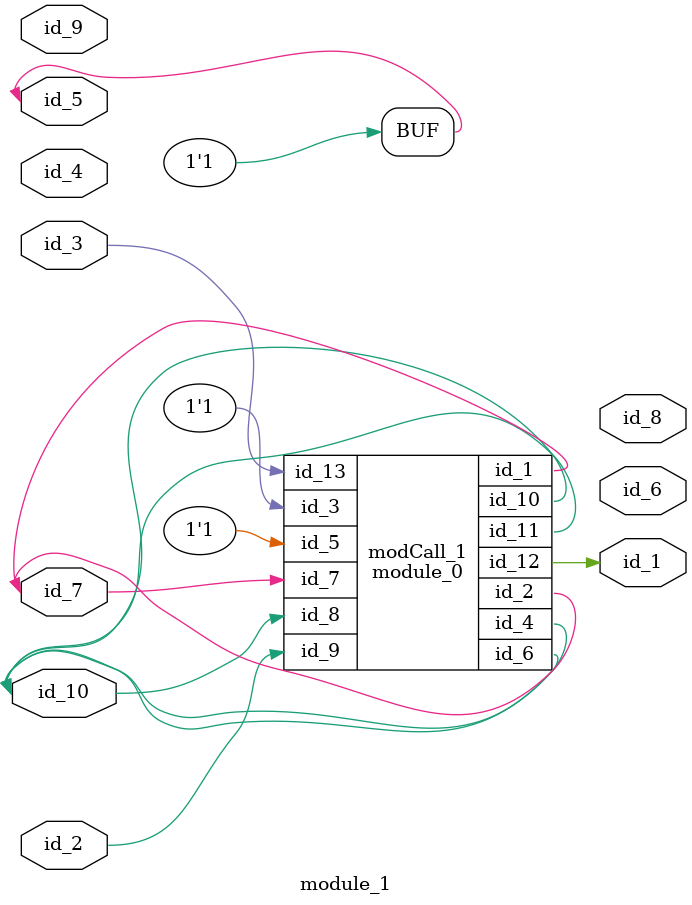
<source format=v>
module module_0 (
    id_1,
    id_2,
    id_3,
    id_4,
    id_5,
    id_6,
    id_7,
    id_8,
    id_9,
    id_10,
    id_11,
    id_12,
    id_13
);
  input wire id_13;
  output wire id_12;
  output wire id_11;
  output wire id_10;
  input wire id_9;
  input wire id_8;
  input wire id_7;
  inout wire id_6;
  input wire id_5;
  inout wire id_4;
  input wire id_3;
  inout wire id_2;
  inout wire id_1;
  assign id_1 = id_9;
endmodule
module module_1 (
    id_1,
    id_2,
    id_3,
    id_4,
    id_5,
    id_6,
    id_7,
    id_8,
    id_9,
    id_10
);
  inout wire id_10;
  input wire id_9;
  output wire id_8;
  inout wire id_7;
  output wire id_6;
  inout wire id_5;
  input wire id_4;
  input wire id_3;
  input wire id_2;
  output wire id_1;
  assign id_5 = !1 - 1;
  module_0 modCall_1 (
      id_7,
      id_7,
      id_5,
      id_10,
      id_5,
      id_10,
      id_7,
      id_10,
      id_2,
      id_10,
      id_10,
      id_1,
      id_3
  );
endmodule

</source>
